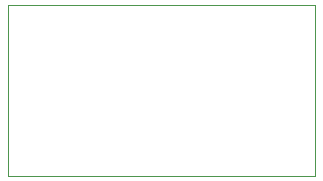
<source format=gbr>
%TF.GenerationSoftware,KiCad,Pcbnew,8.0.1*%
%TF.CreationDate,2024-07-12T20:59:44+02:00*%
%TF.ProjectId,preamp2,70726561-6d70-4322-9e6b-696361645f70,3*%
%TF.SameCoordinates,Original*%
%TF.FileFunction,Profile,NP*%
%FSLAX46Y46*%
G04 Gerber Fmt 4.6, Leading zero omitted, Abs format (unit mm)*
G04 Created by KiCad (PCBNEW 8.0.1) date 2024-07-12 20:59:44*
%MOMM*%
%LPD*%
G01*
G04 APERTURE LIST*
%TA.AperFunction,Profile*%
%ADD10C,0.100000*%
%TD*%
G04 APERTURE END LIST*
D10*
X124000000Y-89000000D02*
X98000000Y-89000000D01*
X98000000Y-89000000D02*
X98000000Y-103500000D01*
X98000000Y-103500000D02*
X124000000Y-103500000D01*
X124000000Y-103500000D02*
X124000000Y-89000000D01*
M02*

</source>
